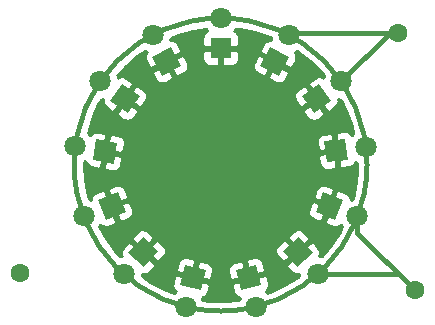
<source format=gbr>
G04 #@! TF.GenerationSoftware,KiCad,Pcbnew,(5.1.5)-3*
G04 #@! TF.CreationDate,2020-05-18T23:05:03-04:00*
G04 #@! TF.ProjectId,Union_Circle,556e696f-6e5f-4436-9972-636c652e6b69,rev?*
G04 #@! TF.SameCoordinates,Original*
G04 #@! TF.FileFunction,Copper,L1,Top*
G04 #@! TF.FilePolarity,Positive*
%FSLAX46Y46*%
G04 Gerber Fmt 4.6, Leading zero omitted, Abs format (unit mm)*
G04 Created by KiCad (PCBNEW (5.1.5)-3) date 2020-05-18 23:05:03*
%MOMM*%
%LPD*%
G04 APERTURE LIST*
%ADD10C,0.400000*%
%ADD11C,1.600000*%
%ADD12C,1.800000*%
%ADD13R,1.800000X1.800000*%
%ADD14C,0.100000*%
%ADD15C,0.800000*%
%ADD16C,0.250000*%
%ADD17C,0.254000*%
G04 APERTURE END LIST*
D10*
X112400000Y-100000000D02*
G75*
G03X112400000Y-100000000I-12400000J0D01*
G01*
D11*
X115000000Y-88828950D03*
X116464466Y-110635566D03*
X83000000Y-109171100D03*
D12*
X100000000Y-87615000D03*
D13*
X100000000Y-90155000D03*
D12*
X105755749Y-89033750D03*
G04 #@! TA.AperFunction,ComponentPad*
D14*
G36*
X104953547Y-92497862D02*
G01*
X103359839Y-91661146D01*
X104196555Y-90067438D01*
X105790263Y-90904154D01*
X104953547Y-92497862D01*
G37*
G04 #@! TD.AperFunction*
G04 #@! TA.AperFunction,ComponentPad*
G36*
X107872354Y-95659044D02*
G01*
X106850235Y-94177399D01*
X108331880Y-93155280D01*
X109353999Y-94636925D01*
X107872354Y-95659044D01*
G37*
G04 #@! TD.AperFunction*
D12*
X110192883Y-92964838D03*
G04 #@! TA.AperFunction,ComponentPad*
D14*
G36*
X108987840Y-99814379D02*
G01*
X108771593Y-98027416D01*
X110558556Y-97811169D01*
X110774803Y-99598132D01*
X108987840Y-99814379D01*
G37*
G04 #@! TD.AperFunction*
D12*
X112294802Y-98507626D03*
G04 #@! TA.AperFunction,ComponentPad*
D14*
G36*
X108044532Y-104012161D02*
G01*
X108683724Y-102329475D01*
X110366410Y-102968667D01*
X109727218Y-104651353D01*
X108044532Y-104012161D01*
G37*
G04 #@! TD.AperFunction*
D12*
X111579929Y-104392386D03*
X108212127Y-109270874D03*
G04 #@! TA.AperFunction,ComponentPad*
D14*
G36*
X105258655Y-107290824D02*
G01*
X106606775Y-106098108D01*
X107799491Y-107446228D01*
X106451371Y-108638944D01*
X105258655Y-107290824D01*
G37*
G04 #@! TD.AperFunction*
D12*
X102965090Y-112024810D03*
G04 #@! TA.AperFunction,ComponentPad*
D14*
G36*
X101265060Y-108901750D02*
G01*
X103012350Y-108469340D01*
X103444760Y-110216630D01*
X101697470Y-110649040D01*
X101265060Y-108901750D01*
G37*
G04 #@! TD.AperFunction*
D12*
X97037063Y-112025341D03*
G04 #@! TA.AperFunction,ComponentPad*
D14*
G36*
X96983596Y-108469958D02*
G01*
X98731638Y-108899318D01*
X98302278Y-110647360D01*
X96554236Y-110218000D01*
X96983596Y-108469958D01*
G37*
G04 #@! TD.AperFunction*
G04 #@! TA.AperFunction,ComponentPad*
G36*
X93393225Y-106108108D02*
G01*
X94741345Y-107300824D01*
X93548629Y-108648944D01*
X92200509Y-107456228D01*
X93393225Y-106108108D01*
G37*
G04 #@! TD.AperFunction*
D12*
X91787873Y-109280874D03*
G04 #@! TA.AperFunction,ComponentPad*
D14*
G36*
X91316276Y-102329475D02*
G01*
X91955468Y-104012161D01*
X90272782Y-104651353D01*
X89633590Y-102968667D01*
X91316276Y-102329475D01*
G37*
G04 #@! TD.AperFunction*
D12*
X88420071Y-104392386D03*
G04 #@! TA.AperFunction,ComponentPad*
D14*
G36*
X91258424Y-98146688D02*
G01*
X90948951Y-99919885D01*
X89175754Y-99610412D01*
X89485227Y-97837215D01*
X91258424Y-98146688D01*
G37*
G04 #@! TD.AperFunction*
D12*
X87714911Y-98441850D03*
X89807117Y-92964838D03*
G04 #@! TA.AperFunction,ComponentPad*
D14*
G36*
X93149765Y-94177399D02*
G01*
X92127646Y-95659044D01*
X90646001Y-94636925D01*
X91668120Y-93155280D01*
X93149765Y-94177399D01*
G37*
G04 #@! TD.AperFunction*
D12*
X94244251Y-89033750D03*
G04 #@! TA.AperFunction,ComponentPad*
D14*
G36*
X96640161Y-91661146D02*
G01*
X95046453Y-92497862D01*
X94209737Y-90904154D01*
X95803445Y-90067438D01*
X96640161Y-91661146D01*
G37*
G04 #@! TD.AperFunction*
D15*
X100000000Y-100000000D03*
D10*
X116464466Y-110622466D02*
X116586000Y-110500932D01*
D16*
X116464466Y-110635566D02*
X116464466Y-110622466D01*
D10*
X114328771Y-88828950D02*
X115000000Y-88828950D01*
X110192883Y-92964838D02*
X114328771Y-88828950D01*
X105960549Y-88828950D02*
X105755749Y-89033750D01*
X115000000Y-88828950D02*
X105960549Y-88828950D01*
X111579929Y-105751029D02*
X116464466Y-110635566D01*
X111579929Y-104392386D02*
X111579929Y-105751029D01*
X115099774Y-109270874D02*
X116464466Y-110635566D01*
X108212127Y-109270874D02*
X115099774Y-109270874D01*
D17*
G36*
X98807688Y-88593505D02*
G01*
X98874127Y-88659944D01*
X98855820Y-88665498D01*
X98745506Y-88724463D01*
X98648815Y-88803815D01*
X98569463Y-88900506D01*
X98510498Y-89010820D01*
X98474188Y-89130518D01*
X98461928Y-89255000D01*
X98465000Y-89869250D01*
X98623750Y-90028000D01*
X99873000Y-90028000D01*
X99873000Y-90008000D01*
X100127000Y-90008000D01*
X100127000Y-90028000D01*
X101376250Y-90028000D01*
X101535000Y-89869250D01*
X101538072Y-89255000D01*
X101525812Y-89130518D01*
X101489502Y-89010820D01*
X101430537Y-88900506D01*
X101351185Y-88803815D01*
X101254494Y-88724463D01*
X101144180Y-88665498D01*
X101125873Y-88659944D01*
X101192312Y-88593505D01*
X101242705Y-88518087D01*
X101645871Y-88552715D01*
X102940035Y-88814947D01*
X104195871Y-89222993D01*
X104231561Y-89239292D01*
X104270505Y-89435073D01*
X104254384Y-89431991D01*
X104129304Y-89432920D01*
X104006808Y-89458232D01*
X103891604Y-89506955D01*
X103788118Y-89577217D01*
X103700329Y-89666319D01*
X103631610Y-89770835D01*
X103348800Y-90316116D01*
X103415563Y-90530466D01*
X104521641Y-91111170D01*
X104530938Y-91093462D01*
X104755828Y-91211532D01*
X104746531Y-91229240D01*
X105852609Y-91809944D01*
X106066959Y-91743181D01*
X106355208Y-91200756D01*
X106402218Y-91084842D01*
X106425710Y-90961983D01*
X106424781Y-90836903D01*
X106399469Y-90714407D01*
X106350746Y-90599203D01*
X106280484Y-90495717D01*
X106267731Y-90483152D01*
X106451123Y-90407188D01*
X106527786Y-90453418D01*
X107573464Y-91259756D01*
X108520411Y-92180037D01*
X108743485Y-92452845D01*
X108716872Y-92517095D01*
X108694029Y-92631933D01*
X108678465Y-92619541D01*
X108567287Y-92562221D01*
X108447065Y-92527691D01*
X108322415Y-92517278D01*
X108198129Y-92531383D01*
X108078983Y-92569465D01*
X107969555Y-92630060D01*
X107465688Y-92981386D01*
X107425160Y-93202204D01*
X108134539Y-94230508D01*
X108151002Y-94219151D01*
X108295234Y-94428227D01*
X108278771Y-94439584D01*
X108988150Y-95467887D01*
X109208968Y-95508415D01*
X109716324Y-95162146D01*
X109811828Y-95081368D01*
X109889738Y-94983510D01*
X109947058Y-94872332D01*
X109981588Y-94752110D01*
X109992001Y-94627460D01*
X109977896Y-94503174D01*
X109972426Y-94486059D01*
X110041699Y-94499838D01*
X110161987Y-94499838D01*
X110652795Y-95498091D01*
X111096536Y-96741763D01*
X111246208Y-97385403D01*
X111120332Y-97511279D01*
X111114454Y-97497937D01*
X111042663Y-97395506D01*
X110952270Y-97309048D01*
X110846746Y-97241887D01*
X110730147Y-97196602D01*
X110606954Y-97174935D01*
X110481900Y-97177719D01*
X109872468Y-97254562D01*
X109733940Y-97431234D01*
X109884021Y-98671436D01*
X109903876Y-98669033D01*
X109934391Y-98921194D01*
X109914536Y-98923597D01*
X110064617Y-100163799D01*
X110241288Y-100302327D01*
X110851459Y-100231583D01*
X110973566Y-100204457D01*
X111088035Y-100154030D01*
X111190466Y-100082239D01*
X111276924Y-99991846D01*
X111344085Y-99886322D01*
X111389370Y-99769723D01*
X111392669Y-99750968D01*
X111546139Y-99853514D01*
X111546139Y-100660232D01*
X111395617Y-101972089D01*
X111178159Y-102907230D01*
X111132186Y-102916375D01*
X111002814Y-102969963D01*
X111004202Y-102949738D01*
X110988253Y-102825674D01*
X110948409Y-102707107D01*
X110886198Y-102598591D01*
X110804012Y-102504296D01*
X110705010Y-102427846D01*
X110592994Y-102372181D01*
X110017687Y-102156928D01*
X109812910Y-102248959D01*
X109369292Y-103416790D01*
X109387989Y-103423892D01*
X109297792Y-103661337D01*
X109279095Y-103654235D01*
X108835478Y-104822066D01*
X108927508Y-105026843D01*
X109500634Y-105247839D01*
X109621357Y-105280583D01*
X109746147Y-105289145D01*
X109870211Y-105273196D01*
X109988778Y-105233352D01*
X110097294Y-105171141D01*
X110191589Y-105088955D01*
X110201610Y-105075978D01*
X110219630Y-105119481D01*
X110294248Y-105231155D01*
X110070178Y-105686891D01*
X109356282Y-106797736D01*
X108557574Y-107774515D01*
X108366481Y-107736505D01*
X108372987Y-107725940D01*
X108416536Y-107608682D01*
X108436373Y-107485181D01*
X108431735Y-107360184D01*
X108402801Y-107238492D01*
X108350681Y-107124784D01*
X108277379Y-107023429D01*
X107868064Y-106565418D01*
X107643976Y-106551713D01*
X106708343Y-107379491D01*
X106721595Y-107394470D01*
X106531361Y-107562775D01*
X106518108Y-107547796D01*
X105582475Y-108375574D01*
X105568770Y-108599662D01*
X105973483Y-109061743D01*
X106065150Y-109146851D01*
X106171659Y-109212440D01*
X106288917Y-109255989D01*
X106412418Y-109275826D01*
X106537415Y-109271188D01*
X106659107Y-109242254D01*
X106677127Y-109233994D01*
X106677127Y-109422058D01*
X106678742Y-109430178D01*
X106527786Y-109546582D01*
X105397008Y-110228467D01*
X104195871Y-110777007D01*
X103963580Y-110852483D01*
X103943595Y-110832498D01*
X103806012Y-110740568D01*
X103823405Y-110730210D01*
X103916323Y-110646471D01*
X103991120Y-110546215D01*
X104044920Y-110433293D01*
X104075658Y-110312044D01*
X104082150Y-110187129D01*
X104064147Y-110063347D01*
X103913605Y-109467822D01*
X103721368Y-109351857D01*
X102508700Y-109651962D01*
X102513505Y-109671376D01*
X102266943Y-109732395D01*
X102262138Y-109712980D01*
X101049470Y-110013085D01*
X100933505Y-110205322D01*
X101078083Y-110802323D01*
X101119888Y-110920214D01*
X101183890Y-111027685D01*
X101267629Y-111120603D01*
X101367885Y-111195400D01*
X101480807Y-111249200D01*
X101602056Y-111279938D01*
X101616179Y-111280672D01*
X101604791Y-111297715D01*
X101539036Y-111456461D01*
X100330251Y-111560284D01*
X99010325Y-111522576D01*
X98457351Y-111443071D01*
X98397362Y-111298246D01*
X98384411Y-111278864D01*
X98398793Y-111278091D01*
X98519988Y-111247141D01*
X98632816Y-111193144D01*
X98732942Y-111118172D01*
X98816518Y-111025107D01*
X98880332Y-110917526D01*
X98921931Y-110799561D01*
X99065467Y-110202309D01*
X98949167Y-110010275D01*
X97735977Y-109712287D01*
X97731206Y-109731709D01*
X97484538Y-109671122D01*
X97489309Y-109651699D01*
X96731728Y-109465619D01*
X97796565Y-109465619D01*
X99009754Y-109763607D01*
X99201789Y-109647306D01*
X99351292Y-109051520D01*
X99368569Y-108931251D01*
X100627670Y-108931251D01*
X100645673Y-109055033D01*
X100796215Y-109650558D01*
X100988452Y-109766523D01*
X102201120Y-109466418D01*
X101901015Y-108253750D01*
X101799865Y-108192732D01*
X102147577Y-108192732D01*
X102447682Y-109405400D01*
X103660350Y-109105295D01*
X103776315Y-108913058D01*
X103631737Y-108316057D01*
X103589932Y-108198166D01*
X103525930Y-108090695D01*
X103442191Y-107997777D01*
X103341935Y-107922980D01*
X103229013Y-107869180D01*
X103107764Y-107838442D01*
X102982849Y-107831950D01*
X102859067Y-107849953D01*
X102263542Y-108000495D01*
X102147577Y-108192732D01*
X101799865Y-108192732D01*
X101708778Y-108137785D01*
X101111777Y-108282363D01*
X100993886Y-108324168D01*
X100886415Y-108388170D01*
X100793497Y-108471909D01*
X100718700Y-108572165D01*
X100664900Y-108685087D01*
X100634162Y-108806336D01*
X100627670Y-108931251D01*
X99368569Y-108931251D01*
X99369079Y-108927707D01*
X99362369Y-108802803D01*
X99331419Y-108681608D01*
X99277422Y-108568780D01*
X99202450Y-108468654D01*
X99109385Y-108385078D01*
X99001804Y-108321264D01*
X98883839Y-108279665D01*
X98286587Y-108136129D01*
X98094553Y-108252429D01*
X97796565Y-109465619D01*
X96731728Y-109465619D01*
X96276120Y-109353711D01*
X96084085Y-109470012D01*
X95934582Y-110065798D01*
X95916795Y-110189611D01*
X95923505Y-110314515D01*
X95954455Y-110435710D01*
X96008452Y-110548538D01*
X96083424Y-110648664D01*
X96176489Y-110732240D01*
X96193923Y-110742581D01*
X96058558Y-110833029D01*
X96042150Y-110849437D01*
X95195725Y-110519894D01*
X94027863Y-109903677D01*
X93322873Y-109421617D01*
X93322873Y-109243994D01*
X93340893Y-109252254D01*
X93462585Y-109281188D01*
X93587582Y-109285826D01*
X93711083Y-109265989D01*
X93828341Y-109222440D01*
X93934850Y-109156851D01*
X94026517Y-109071743D01*
X94163792Y-108915009D01*
X96220407Y-108915009D01*
X96336707Y-109107043D01*
X97549897Y-109405031D01*
X97847885Y-108191842D01*
X97731584Y-107999807D01*
X97135798Y-107850304D01*
X97011985Y-107832517D01*
X96887081Y-107839227D01*
X96765886Y-107870177D01*
X96653058Y-107924174D01*
X96552932Y-107999146D01*
X96469356Y-108092211D01*
X96405542Y-108199792D01*
X96363943Y-108317757D01*
X96220407Y-108915009D01*
X94163792Y-108915009D01*
X94431230Y-108609662D01*
X94417525Y-108385574D01*
X93481892Y-107557796D01*
X93468639Y-107572775D01*
X93278405Y-107404470D01*
X93291657Y-107389491D01*
X93266870Y-107367561D01*
X93650197Y-107367561D01*
X94585830Y-108195339D01*
X94809918Y-108181634D01*
X95219233Y-107723623D01*
X95292535Y-107622268D01*
X95344655Y-107508560D01*
X95373589Y-107386868D01*
X95378227Y-107261871D01*
X95376621Y-107251871D01*
X104621773Y-107251871D01*
X104626411Y-107376868D01*
X104655345Y-107498560D01*
X104707465Y-107612268D01*
X104780767Y-107713623D01*
X105190082Y-108171634D01*
X105414170Y-108185339D01*
X106349803Y-107357561D01*
X105522025Y-106421928D01*
X105297937Y-106408223D01*
X104835856Y-106812936D01*
X104750748Y-106904603D01*
X104685159Y-107011112D01*
X104641610Y-107128370D01*
X104621773Y-107251871D01*
X95376621Y-107251871D01*
X95358390Y-107138370D01*
X95314841Y-107021112D01*
X95249252Y-106914603D01*
X95164144Y-106822936D01*
X94702063Y-106418223D01*
X94477975Y-106431928D01*
X93650197Y-107367561D01*
X93266870Y-107367561D01*
X92356024Y-106561713D01*
X92131936Y-106575418D01*
X91722621Y-107033429D01*
X91649319Y-107134784D01*
X91597199Y-107248492D01*
X91568265Y-107370184D01*
X91563627Y-107495181D01*
X91583464Y-107618682D01*
X91627013Y-107735940D01*
X91633519Y-107746505D01*
X91467989Y-107779430D01*
X91047052Y-107320789D01*
X90270903Y-106252511D01*
X90211539Y-106147390D01*
X92510624Y-106147390D01*
X92524329Y-106371478D01*
X93459962Y-107199256D01*
X94287740Y-106263623D01*
X94287129Y-106253623D01*
X105712260Y-106253623D01*
X106540038Y-107189256D01*
X107475671Y-106361478D01*
X107489376Y-106137390D01*
X107084663Y-105675309D01*
X106992996Y-105590201D01*
X106886487Y-105524612D01*
X106769229Y-105481063D01*
X106645728Y-105461226D01*
X106520731Y-105465864D01*
X106399039Y-105494798D01*
X106285331Y-105546918D01*
X106183976Y-105620220D01*
X105725965Y-106029535D01*
X105712260Y-106253623D01*
X94287129Y-106253623D01*
X94274035Y-106039535D01*
X93816024Y-105630220D01*
X93714669Y-105556918D01*
X93600961Y-105504798D01*
X93479269Y-105475864D01*
X93354272Y-105471226D01*
X93230771Y-105491063D01*
X93113513Y-105534612D01*
X93007004Y-105600201D01*
X92915337Y-105685309D01*
X92510624Y-106147390D01*
X90211539Y-106147390D01*
X89699446Y-105240592D01*
X89780370Y-105119481D01*
X89798390Y-105075978D01*
X89808411Y-105088955D01*
X89902706Y-105171141D01*
X90011222Y-105233352D01*
X90129789Y-105273196D01*
X90253853Y-105289145D01*
X90378643Y-105280583D01*
X90499366Y-105247839D01*
X91072492Y-105026843D01*
X91164522Y-104822066D01*
X90720905Y-103654235D01*
X90702208Y-103661337D01*
X90665248Y-103564038D01*
X90958350Y-103564038D01*
X91401968Y-104731869D01*
X91606745Y-104823900D01*
X92182052Y-104608647D01*
X92294068Y-104552982D01*
X92393070Y-104476532D01*
X92475256Y-104382237D01*
X92537467Y-104273721D01*
X92577311Y-104155154D01*
X92593260Y-104031090D01*
X107406740Y-104031090D01*
X107422689Y-104155154D01*
X107462533Y-104273721D01*
X107524744Y-104382237D01*
X107606930Y-104476532D01*
X107705932Y-104552982D01*
X107817948Y-104608647D01*
X108393255Y-104823900D01*
X108598032Y-104731869D01*
X109041650Y-103564038D01*
X107873819Y-103120421D01*
X107669042Y-103212451D01*
X107448046Y-103785577D01*
X107415302Y-103906300D01*
X107406740Y-104031090D01*
X92593260Y-104031090D01*
X92584698Y-103906300D01*
X92551954Y-103785577D01*
X92330958Y-103212451D01*
X92126181Y-103120421D01*
X90958350Y-103564038D01*
X90665248Y-103564038D01*
X90612011Y-103423892D01*
X90630708Y-103416790D01*
X90187090Y-102248959D01*
X89986394Y-102158762D01*
X90424536Y-102158762D01*
X90868153Y-103326593D01*
X92035984Y-102882975D01*
X92128015Y-102678198D01*
X107871985Y-102678198D01*
X107964016Y-102882975D01*
X109131847Y-103326593D01*
X109575464Y-102158762D01*
X109483434Y-101953985D01*
X108910308Y-101732989D01*
X108789585Y-101700245D01*
X108664795Y-101691683D01*
X108540731Y-101707632D01*
X108422164Y-101747476D01*
X108313648Y-101809687D01*
X108219353Y-101891873D01*
X108142903Y-101990875D01*
X108087238Y-102102891D01*
X107871985Y-102678198D01*
X92128015Y-102678198D01*
X91912762Y-102102891D01*
X91857097Y-101990875D01*
X91780647Y-101891873D01*
X91686352Y-101809687D01*
X91577836Y-101747476D01*
X91459269Y-101707632D01*
X91335205Y-101691683D01*
X91210415Y-101700245D01*
X91089692Y-101732989D01*
X90516566Y-101953985D01*
X90424536Y-102158762D01*
X89986394Y-102158762D01*
X89982313Y-102156928D01*
X89407006Y-102372181D01*
X89294990Y-102427846D01*
X89195988Y-102504296D01*
X89113802Y-102598591D01*
X89051591Y-102707107D01*
X89011747Y-102825674D01*
X88995798Y-102949738D01*
X88997186Y-102969963D01*
X88867814Y-102916375D01*
X88819946Y-102906853D01*
X88735552Y-102619435D01*
X88510384Y-101318311D01*
X88435000Y-100000000D01*
X88446485Y-99799156D01*
X88550600Y-99729589D01*
X88553049Y-99749604D01*
X88592170Y-99868413D01*
X88653716Y-99977307D01*
X88735324Y-100072101D01*
X88833858Y-100149154D01*
X88945531Y-100205503D01*
X89066051Y-100238983D01*
X89671683Y-100341564D01*
X89793226Y-100256142D01*
X90105580Y-100256142D01*
X90234673Y-100439822D01*
X90839248Y-100548455D01*
X90963984Y-100557780D01*
X91088143Y-100542590D01*
X91206952Y-100503469D01*
X91315846Y-100441923D01*
X91410640Y-100360315D01*
X91487693Y-100261781D01*
X91544042Y-100150108D01*
X91577522Y-100029588D01*
X91680103Y-99423956D01*
X91579537Y-99280864D01*
X108283645Y-99280864D01*
X108354389Y-99891035D01*
X108381515Y-100013142D01*
X108431942Y-100127611D01*
X108503733Y-100230042D01*
X108594126Y-100316500D01*
X108699650Y-100383661D01*
X108816249Y-100428946D01*
X108939442Y-100450613D01*
X109064496Y-100447829D01*
X109673928Y-100370986D01*
X109812456Y-100194314D01*
X109662375Y-98954112D01*
X108422173Y-99104193D01*
X108283645Y-99280864D01*
X91579537Y-99280864D01*
X91551011Y-99240276D01*
X90320363Y-99025494D01*
X90105580Y-100256142D01*
X89793226Y-100256142D01*
X89855363Y-100212472D01*
X90070145Y-98981824D01*
X90050443Y-98978385D01*
X90085891Y-98775276D01*
X90364033Y-98775276D01*
X91594681Y-98990059D01*
X91778361Y-98860966D01*
X91886994Y-98256391D01*
X91896319Y-98131655D01*
X91881129Y-98007496D01*
X91871752Y-97979018D01*
X108135359Y-97979018D01*
X108138143Y-98104072D01*
X108214986Y-98713504D01*
X108391658Y-98852032D01*
X109631860Y-98701951D01*
X109481779Y-97461749D01*
X109305108Y-97323221D01*
X108694937Y-97393965D01*
X108572830Y-97421091D01*
X108458361Y-97471518D01*
X108355930Y-97543309D01*
X108269472Y-97633702D01*
X108202311Y-97739226D01*
X108157026Y-97855825D01*
X108135359Y-97979018D01*
X91871752Y-97979018D01*
X91842008Y-97888687D01*
X91780462Y-97779793D01*
X91698854Y-97684999D01*
X91600320Y-97607946D01*
X91488647Y-97551597D01*
X91368127Y-97518117D01*
X90762495Y-97415536D01*
X90578815Y-97544628D01*
X90364033Y-98775276D01*
X90085891Y-98775276D01*
X90094113Y-98728167D01*
X90113815Y-98731606D01*
X90328598Y-97500958D01*
X90199505Y-97317278D01*
X89594930Y-97208645D01*
X89470194Y-97199320D01*
X89346035Y-97214510D01*
X89227226Y-97253631D01*
X89118332Y-97315177D01*
X89023538Y-97396785D01*
X88946485Y-97495319D01*
X88938784Y-97510580D01*
X88907223Y-97463345D01*
X88755728Y-97311850D01*
X89107570Y-96113589D01*
X89319492Y-95612120D01*
X91220926Y-95612120D01*
X91261454Y-95832938D01*
X91765321Y-96184264D01*
X91874749Y-96244859D01*
X91993895Y-96282941D01*
X92118181Y-96297046D01*
X92242831Y-96286633D01*
X92363053Y-96252103D01*
X92474231Y-96194783D01*
X92572089Y-96116873D01*
X92652867Y-96021369D01*
X92999136Y-95514013D01*
X107000864Y-95514013D01*
X107347133Y-96021369D01*
X107427911Y-96116873D01*
X107525769Y-96194783D01*
X107636947Y-96252103D01*
X107757169Y-96286633D01*
X107881819Y-96297046D01*
X108006105Y-96282941D01*
X108125251Y-96244859D01*
X108234679Y-96184264D01*
X108738546Y-95832938D01*
X108779074Y-95612120D01*
X108069695Y-94583816D01*
X107041392Y-95293195D01*
X107000864Y-95514013D01*
X92999136Y-95514013D01*
X92958608Y-95293195D01*
X91930305Y-94583816D01*
X91220926Y-95612120D01*
X89319492Y-95612120D01*
X89621587Y-94897278D01*
X89846032Y-94499838D01*
X89958301Y-94499838D01*
X90027574Y-94486059D01*
X90022104Y-94503174D01*
X90007999Y-94627460D01*
X90018412Y-94752110D01*
X90052942Y-94872332D01*
X90110262Y-94983510D01*
X90188172Y-95081368D01*
X90283676Y-95162146D01*
X90791032Y-95508415D01*
X91011850Y-95467887D01*
X91721229Y-94439584D01*
X91704766Y-94428227D01*
X91741664Y-94374740D01*
X92074537Y-94374740D01*
X93102841Y-95084119D01*
X93323659Y-95043591D01*
X93674985Y-94539724D01*
X93735580Y-94430296D01*
X93773662Y-94311150D01*
X93787767Y-94186864D01*
X106212233Y-94186864D01*
X106226338Y-94311150D01*
X106264420Y-94430296D01*
X106325015Y-94539724D01*
X106676341Y-95043591D01*
X106897159Y-95084119D01*
X107925463Y-94374740D01*
X107216084Y-93346437D01*
X106995266Y-93305909D01*
X106487910Y-93652178D01*
X106392406Y-93732956D01*
X106314496Y-93830814D01*
X106257176Y-93941992D01*
X106222646Y-94062214D01*
X106212233Y-94186864D01*
X93787767Y-94186864D01*
X93777354Y-94062214D01*
X93742824Y-93941992D01*
X93685504Y-93830814D01*
X93607594Y-93732956D01*
X93512090Y-93652178D01*
X93004734Y-93305909D01*
X92783916Y-93346437D01*
X92074537Y-94374740D01*
X91741664Y-94374740D01*
X91848998Y-94219151D01*
X91865461Y-94230508D01*
X92574840Y-93202204D01*
X92534312Y-92981386D01*
X92030445Y-92630060D01*
X91921017Y-92569465D01*
X91801871Y-92531383D01*
X91677585Y-92517278D01*
X91552935Y-92527691D01*
X91432713Y-92562221D01*
X91321535Y-92619541D01*
X91305971Y-92631933D01*
X91283128Y-92517095D01*
X91255984Y-92451564D01*
X91441726Y-92249184D01*
X94198698Y-92249184D01*
X94481508Y-92794465D01*
X94550227Y-92898981D01*
X94638016Y-92988083D01*
X94741502Y-93058345D01*
X94856706Y-93107068D01*
X94979202Y-93132380D01*
X95104282Y-93133309D01*
X95227141Y-93109817D01*
X95343055Y-93062807D01*
X95885480Y-92774558D01*
X95952243Y-92560208D01*
X104047757Y-92560208D01*
X104114520Y-92774558D01*
X104656945Y-93062807D01*
X104772859Y-93109817D01*
X104895718Y-93133309D01*
X105020798Y-93132380D01*
X105143294Y-93107068D01*
X105258498Y-93058345D01*
X105361984Y-92988083D01*
X105449773Y-92898981D01*
X105518492Y-92794465D01*
X105801302Y-92249184D01*
X105734539Y-92034834D01*
X104628461Y-91454130D01*
X104047757Y-92560208D01*
X95952243Y-92560208D01*
X95371539Y-91454130D01*
X94265461Y-92034834D01*
X94198698Y-92249184D01*
X91441726Y-92249184D01*
X91939917Y-91706371D01*
X92937857Y-90841651D01*
X93564048Y-90413472D01*
X93732269Y-90483152D01*
X93719516Y-90495717D01*
X93649254Y-90599203D01*
X93600531Y-90714407D01*
X93575219Y-90836903D01*
X93574290Y-90961983D01*
X93597782Y-91084842D01*
X93644792Y-91200756D01*
X93933041Y-91743181D01*
X94147391Y-91809944D01*
X95050006Y-91336060D01*
X95596429Y-91336060D01*
X96177133Y-92442138D01*
X96391483Y-92508901D01*
X96936764Y-92226091D01*
X97041280Y-92157372D01*
X97130382Y-92069583D01*
X97200644Y-91966097D01*
X97249367Y-91850893D01*
X97274679Y-91728397D01*
X97275608Y-91603317D01*
X97252116Y-91480458D01*
X97205106Y-91364544D01*
X97040612Y-91055000D01*
X98461928Y-91055000D01*
X98474188Y-91179482D01*
X98510498Y-91299180D01*
X98569463Y-91409494D01*
X98648815Y-91506185D01*
X98745506Y-91585537D01*
X98855820Y-91644502D01*
X98975518Y-91680812D01*
X99100000Y-91693072D01*
X99714250Y-91690000D01*
X99873000Y-91531250D01*
X99873000Y-90282000D01*
X100127000Y-90282000D01*
X100127000Y-91531250D01*
X100285750Y-91690000D01*
X100900000Y-91693072D01*
X101024482Y-91680812D01*
X101144180Y-91644502D01*
X101221230Y-91603317D01*
X102724392Y-91603317D01*
X102725321Y-91728397D01*
X102750633Y-91850893D01*
X102799356Y-91966097D01*
X102869618Y-92069583D01*
X102958720Y-92157372D01*
X103063236Y-92226091D01*
X103608517Y-92508901D01*
X103822867Y-92442138D01*
X104403571Y-91336060D01*
X103297493Y-90755356D01*
X103083143Y-90822119D01*
X102794894Y-91364544D01*
X102747884Y-91480458D01*
X102724392Y-91603317D01*
X101221230Y-91603317D01*
X101254494Y-91585537D01*
X101351185Y-91506185D01*
X101430537Y-91409494D01*
X101489502Y-91299180D01*
X101525812Y-91179482D01*
X101538072Y-91055000D01*
X101535000Y-90440750D01*
X101376250Y-90282000D01*
X100127000Y-90282000D01*
X99873000Y-90282000D01*
X98623750Y-90282000D01*
X98465000Y-90440750D01*
X98461928Y-91055000D01*
X97040612Y-91055000D01*
X96916857Y-90822119D01*
X96702507Y-90755356D01*
X95596429Y-91336060D01*
X95050006Y-91336060D01*
X95253469Y-91229240D01*
X95244172Y-91211532D01*
X95469062Y-91093462D01*
X95478359Y-91111170D01*
X96584437Y-90530466D01*
X96651200Y-90316116D01*
X96368390Y-89770835D01*
X96299671Y-89666319D01*
X96211882Y-89577217D01*
X96108396Y-89506955D01*
X95993192Y-89458232D01*
X95870696Y-89432920D01*
X95745616Y-89431991D01*
X95729495Y-89435073D01*
X95764593Y-89258625D01*
X96426218Y-89001031D01*
X97703301Y-88665345D01*
X98754684Y-88514179D01*
X98807688Y-88593505D01*
G37*
X98807688Y-88593505D02*
X98874127Y-88659944D01*
X98855820Y-88665498D01*
X98745506Y-88724463D01*
X98648815Y-88803815D01*
X98569463Y-88900506D01*
X98510498Y-89010820D01*
X98474188Y-89130518D01*
X98461928Y-89255000D01*
X98465000Y-89869250D01*
X98623750Y-90028000D01*
X99873000Y-90028000D01*
X99873000Y-90008000D01*
X100127000Y-90008000D01*
X100127000Y-90028000D01*
X101376250Y-90028000D01*
X101535000Y-89869250D01*
X101538072Y-89255000D01*
X101525812Y-89130518D01*
X101489502Y-89010820D01*
X101430537Y-88900506D01*
X101351185Y-88803815D01*
X101254494Y-88724463D01*
X101144180Y-88665498D01*
X101125873Y-88659944D01*
X101192312Y-88593505D01*
X101242705Y-88518087D01*
X101645871Y-88552715D01*
X102940035Y-88814947D01*
X104195871Y-89222993D01*
X104231561Y-89239292D01*
X104270505Y-89435073D01*
X104254384Y-89431991D01*
X104129304Y-89432920D01*
X104006808Y-89458232D01*
X103891604Y-89506955D01*
X103788118Y-89577217D01*
X103700329Y-89666319D01*
X103631610Y-89770835D01*
X103348800Y-90316116D01*
X103415563Y-90530466D01*
X104521641Y-91111170D01*
X104530938Y-91093462D01*
X104755828Y-91211532D01*
X104746531Y-91229240D01*
X105852609Y-91809944D01*
X106066959Y-91743181D01*
X106355208Y-91200756D01*
X106402218Y-91084842D01*
X106425710Y-90961983D01*
X106424781Y-90836903D01*
X106399469Y-90714407D01*
X106350746Y-90599203D01*
X106280484Y-90495717D01*
X106267731Y-90483152D01*
X106451123Y-90407188D01*
X106527786Y-90453418D01*
X107573464Y-91259756D01*
X108520411Y-92180037D01*
X108743485Y-92452845D01*
X108716872Y-92517095D01*
X108694029Y-92631933D01*
X108678465Y-92619541D01*
X108567287Y-92562221D01*
X108447065Y-92527691D01*
X108322415Y-92517278D01*
X108198129Y-92531383D01*
X108078983Y-92569465D01*
X107969555Y-92630060D01*
X107465688Y-92981386D01*
X107425160Y-93202204D01*
X108134539Y-94230508D01*
X108151002Y-94219151D01*
X108295234Y-94428227D01*
X108278771Y-94439584D01*
X108988150Y-95467887D01*
X109208968Y-95508415D01*
X109716324Y-95162146D01*
X109811828Y-95081368D01*
X109889738Y-94983510D01*
X109947058Y-94872332D01*
X109981588Y-94752110D01*
X109992001Y-94627460D01*
X109977896Y-94503174D01*
X109972426Y-94486059D01*
X110041699Y-94499838D01*
X110161987Y-94499838D01*
X110652795Y-95498091D01*
X111096536Y-96741763D01*
X111246208Y-97385403D01*
X111120332Y-97511279D01*
X111114454Y-97497937D01*
X111042663Y-97395506D01*
X110952270Y-97309048D01*
X110846746Y-97241887D01*
X110730147Y-97196602D01*
X110606954Y-97174935D01*
X110481900Y-97177719D01*
X109872468Y-97254562D01*
X109733940Y-97431234D01*
X109884021Y-98671436D01*
X109903876Y-98669033D01*
X109934391Y-98921194D01*
X109914536Y-98923597D01*
X110064617Y-100163799D01*
X110241288Y-100302327D01*
X110851459Y-100231583D01*
X110973566Y-100204457D01*
X111088035Y-100154030D01*
X111190466Y-100082239D01*
X111276924Y-99991846D01*
X111344085Y-99886322D01*
X111389370Y-99769723D01*
X111392669Y-99750968D01*
X111546139Y-99853514D01*
X111546139Y-100660232D01*
X111395617Y-101972089D01*
X111178159Y-102907230D01*
X111132186Y-102916375D01*
X111002814Y-102969963D01*
X111004202Y-102949738D01*
X110988253Y-102825674D01*
X110948409Y-102707107D01*
X110886198Y-102598591D01*
X110804012Y-102504296D01*
X110705010Y-102427846D01*
X110592994Y-102372181D01*
X110017687Y-102156928D01*
X109812910Y-102248959D01*
X109369292Y-103416790D01*
X109387989Y-103423892D01*
X109297792Y-103661337D01*
X109279095Y-103654235D01*
X108835478Y-104822066D01*
X108927508Y-105026843D01*
X109500634Y-105247839D01*
X109621357Y-105280583D01*
X109746147Y-105289145D01*
X109870211Y-105273196D01*
X109988778Y-105233352D01*
X110097294Y-105171141D01*
X110191589Y-105088955D01*
X110201610Y-105075978D01*
X110219630Y-105119481D01*
X110294248Y-105231155D01*
X110070178Y-105686891D01*
X109356282Y-106797736D01*
X108557574Y-107774515D01*
X108366481Y-107736505D01*
X108372987Y-107725940D01*
X108416536Y-107608682D01*
X108436373Y-107485181D01*
X108431735Y-107360184D01*
X108402801Y-107238492D01*
X108350681Y-107124784D01*
X108277379Y-107023429D01*
X107868064Y-106565418D01*
X107643976Y-106551713D01*
X106708343Y-107379491D01*
X106721595Y-107394470D01*
X106531361Y-107562775D01*
X106518108Y-107547796D01*
X105582475Y-108375574D01*
X105568770Y-108599662D01*
X105973483Y-109061743D01*
X106065150Y-109146851D01*
X106171659Y-109212440D01*
X106288917Y-109255989D01*
X106412418Y-109275826D01*
X106537415Y-109271188D01*
X106659107Y-109242254D01*
X106677127Y-109233994D01*
X106677127Y-109422058D01*
X106678742Y-109430178D01*
X106527786Y-109546582D01*
X105397008Y-110228467D01*
X104195871Y-110777007D01*
X103963580Y-110852483D01*
X103943595Y-110832498D01*
X103806012Y-110740568D01*
X103823405Y-110730210D01*
X103916323Y-110646471D01*
X103991120Y-110546215D01*
X104044920Y-110433293D01*
X104075658Y-110312044D01*
X104082150Y-110187129D01*
X104064147Y-110063347D01*
X103913605Y-109467822D01*
X103721368Y-109351857D01*
X102508700Y-109651962D01*
X102513505Y-109671376D01*
X102266943Y-109732395D01*
X102262138Y-109712980D01*
X101049470Y-110013085D01*
X100933505Y-110205322D01*
X101078083Y-110802323D01*
X101119888Y-110920214D01*
X101183890Y-111027685D01*
X101267629Y-111120603D01*
X101367885Y-111195400D01*
X101480807Y-111249200D01*
X101602056Y-111279938D01*
X101616179Y-111280672D01*
X101604791Y-111297715D01*
X101539036Y-111456461D01*
X100330251Y-111560284D01*
X99010325Y-111522576D01*
X98457351Y-111443071D01*
X98397362Y-111298246D01*
X98384411Y-111278864D01*
X98398793Y-111278091D01*
X98519988Y-111247141D01*
X98632816Y-111193144D01*
X98732942Y-111118172D01*
X98816518Y-111025107D01*
X98880332Y-110917526D01*
X98921931Y-110799561D01*
X99065467Y-110202309D01*
X98949167Y-110010275D01*
X97735977Y-109712287D01*
X97731206Y-109731709D01*
X97484538Y-109671122D01*
X97489309Y-109651699D01*
X96731728Y-109465619D01*
X97796565Y-109465619D01*
X99009754Y-109763607D01*
X99201789Y-109647306D01*
X99351292Y-109051520D01*
X99368569Y-108931251D01*
X100627670Y-108931251D01*
X100645673Y-109055033D01*
X100796215Y-109650558D01*
X100988452Y-109766523D01*
X102201120Y-109466418D01*
X101901015Y-108253750D01*
X101799865Y-108192732D01*
X102147577Y-108192732D01*
X102447682Y-109405400D01*
X103660350Y-109105295D01*
X103776315Y-108913058D01*
X103631737Y-108316057D01*
X103589932Y-108198166D01*
X103525930Y-108090695D01*
X103442191Y-107997777D01*
X103341935Y-107922980D01*
X103229013Y-107869180D01*
X103107764Y-107838442D01*
X102982849Y-107831950D01*
X102859067Y-107849953D01*
X102263542Y-108000495D01*
X102147577Y-108192732D01*
X101799865Y-108192732D01*
X101708778Y-108137785D01*
X101111777Y-108282363D01*
X100993886Y-108324168D01*
X100886415Y-108388170D01*
X100793497Y-108471909D01*
X100718700Y-108572165D01*
X100664900Y-108685087D01*
X100634162Y-108806336D01*
X100627670Y-108931251D01*
X99368569Y-108931251D01*
X99369079Y-108927707D01*
X99362369Y-108802803D01*
X99331419Y-108681608D01*
X99277422Y-108568780D01*
X99202450Y-108468654D01*
X99109385Y-108385078D01*
X99001804Y-108321264D01*
X98883839Y-108279665D01*
X98286587Y-108136129D01*
X98094553Y-108252429D01*
X97796565Y-109465619D01*
X96731728Y-109465619D01*
X96276120Y-109353711D01*
X96084085Y-109470012D01*
X95934582Y-110065798D01*
X95916795Y-110189611D01*
X95923505Y-110314515D01*
X95954455Y-110435710D01*
X96008452Y-110548538D01*
X96083424Y-110648664D01*
X96176489Y-110732240D01*
X96193923Y-110742581D01*
X96058558Y-110833029D01*
X96042150Y-110849437D01*
X95195725Y-110519894D01*
X94027863Y-109903677D01*
X93322873Y-109421617D01*
X93322873Y-109243994D01*
X93340893Y-109252254D01*
X93462585Y-109281188D01*
X93587582Y-109285826D01*
X93711083Y-109265989D01*
X93828341Y-109222440D01*
X93934850Y-109156851D01*
X94026517Y-109071743D01*
X94163792Y-108915009D01*
X96220407Y-108915009D01*
X96336707Y-109107043D01*
X97549897Y-109405031D01*
X97847885Y-108191842D01*
X97731584Y-107999807D01*
X97135798Y-107850304D01*
X97011985Y-107832517D01*
X96887081Y-107839227D01*
X96765886Y-107870177D01*
X96653058Y-107924174D01*
X96552932Y-107999146D01*
X96469356Y-108092211D01*
X96405542Y-108199792D01*
X96363943Y-108317757D01*
X96220407Y-108915009D01*
X94163792Y-108915009D01*
X94431230Y-108609662D01*
X94417525Y-108385574D01*
X93481892Y-107557796D01*
X93468639Y-107572775D01*
X93278405Y-107404470D01*
X93291657Y-107389491D01*
X93266870Y-107367561D01*
X93650197Y-107367561D01*
X94585830Y-108195339D01*
X94809918Y-108181634D01*
X95219233Y-107723623D01*
X95292535Y-107622268D01*
X95344655Y-107508560D01*
X95373589Y-107386868D01*
X95378227Y-107261871D01*
X95376621Y-107251871D01*
X104621773Y-107251871D01*
X104626411Y-107376868D01*
X104655345Y-107498560D01*
X104707465Y-107612268D01*
X104780767Y-107713623D01*
X105190082Y-108171634D01*
X105414170Y-108185339D01*
X106349803Y-107357561D01*
X105522025Y-106421928D01*
X105297937Y-106408223D01*
X104835856Y-106812936D01*
X104750748Y-106904603D01*
X104685159Y-107011112D01*
X104641610Y-107128370D01*
X104621773Y-107251871D01*
X95376621Y-107251871D01*
X95358390Y-107138370D01*
X95314841Y-107021112D01*
X95249252Y-106914603D01*
X95164144Y-106822936D01*
X94702063Y-106418223D01*
X94477975Y-106431928D01*
X93650197Y-107367561D01*
X93266870Y-107367561D01*
X92356024Y-106561713D01*
X92131936Y-106575418D01*
X91722621Y-107033429D01*
X91649319Y-107134784D01*
X91597199Y-107248492D01*
X91568265Y-107370184D01*
X91563627Y-107495181D01*
X91583464Y-107618682D01*
X91627013Y-107735940D01*
X91633519Y-107746505D01*
X91467989Y-107779430D01*
X91047052Y-107320789D01*
X90270903Y-106252511D01*
X90211539Y-106147390D01*
X92510624Y-106147390D01*
X92524329Y-106371478D01*
X93459962Y-107199256D01*
X94287740Y-106263623D01*
X94287129Y-106253623D01*
X105712260Y-106253623D01*
X106540038Y-107189256D01*
X107475671Y-106361478D01*
X107489376Y-106137390D01*
X107084663Y-105675309D01*
X106992996Y-105590201D01*
X106886487Y-105524612D01*
X106769229Y-105481063D01*
X106645728Y-105461226D01*
X106520731Y-105465864D01*
X106399039Y-105494798D01*
X106285331Y-105546918D01*
X106183976Y-105620220D01*
X105725965Y-106029535D01*
X105712260Y-106253623D01*
X94287129Y-106253623D01*
X94274035Y-106039535D01*
X93816024Y-105630220D01*
X93714669Y-105556918D01*
X93600961Y-105504798D01*
X93479269Y-105475864D01*
X93354272Y-105471226D01*
X93230771Y-105491063D01*
X93113513Y-105534612D01*
X93007004Y-105600201D01*
X92915337Y-105685309D01*
X92510624Y-106147390D01*
X90211539Y-106147390D01*
X89699446Y-105240592D01*
X89780370Y-105119481D01*
X89798390Y-105075978D01*
X89808411Y-105088955D01*
X89902706Y-105171141D01*
X90011222Y-105233352D01*
X90129789Y-105273196D01*
X90253853Y-105289145D01*
X90378643Y-105280583D01*
X90499366Y-105247839D01*
X91072492Y-105026843D01*
X91164522Y-104822066D01*
X90720905Y-103654235D01*
X90702208Y-103661337D01*
X90665248Y-103564038D01*
X90958350Y-103564038D01*
X91401968Y-104731869D01*
X91606745Y-104823900D01*
X92182052Y-104608647D01*
X92294068Y-104552982D01*
X92393070Y-104476532D01*
X92475256Y-104382237D01*
X92537467Y-104273721D01*
X92577311Y-104155154D01*
X92593260Y-104031090D01*
X107406740Y-104031090D01*
X107422689Y-104155154D01*
X107462533Y-104273721D01*
X107524744Y-104382237D01*
X107606930Y-104476532D01*
X107705932Y-104552982D01*
X107817948Y-104608647D01*
X108393255Y-104823900D01*
X108598032Y-104731869D01*
X109041650Y-103564038D01*
X107873819Y-103120421D01*
X107669042Y-103212451D01*
X107448046Y-103785577D01*
X107415302Y-103906300D01*
X107406740Y-104031090D01*
X92593260Y-104031090D01*
X92584698Y-103906300D01*
X92551954Y-103785577D01*
X92330958Y-103212451D01*
X92126181Y-103120421D01*
X90958350Y-103564038D01*
X90665248Y-103564038D01*
X90612011Y-103423892D01*
X90630708Y-103416790D01*
X90187090Y-102248959D01*
X89986394Y-102158762D01*
X90424536Y-102158762D01*
X90868153Y-103326593D01*
X92035984Y-102882975D01*
X92128015Y-102678198D01*
X107871985Y-102678198D01*
X107964016Y-102882975D01*
X109131847Y-103326593D01*
X109575464Y-102158762D01*
X109483434Y-101953985D01*
X108910308Y-101732989D01*
X108789585Y-101700245D01*
X108664795Y-101691683D01*
X108540731Y-101707632D01*
X108422164Y-101747476D01*
X108313648Y-101809687D01*
X108219353Y-101891873D01*
X108142903Y-101990875D01*
X108087238Y-102102891D01*
X107871985Y-102678198D01*
X92128015Y-102678198D01*
X91912762Y-102102891D01*
X91857097Y-101990875D01*
X91780647Y-101891873D01*
X91686352Y-101809687D01*
X91577836Y-101747476D01*
X91459269Y-101707632D01*
X91335205Y-101691683D01*
X91210415Y-101700245D01*
X91089692Y-101732989D01*
X90516566Y-101953985D01*
X90424536Y-102158762D01*
X89986394Y-102158762D01*
X89982313Y-102156928D01*
X89407006Y-102372181D01*
X89294990Y-102427846D01*
X89195988Y-102504296D01*
X89113802Y-102598591D01*
X89051591Y-102707107D01*
X89011747Y-102825674D01*
X88995798Y-102949738D01*
X88997186Y-102969963D01*
X88867814Y-102916375D01*
X88819946Y-102906853D01*
X88735552Y-102619435D01*
X88510384Y-101318311D01*
X88435000Y-100000000D01*
X88446485Y-99799156D01*
X88550600Y-99729589D01*
X88553049Y-99749604D01*
X88592170Y-99868413D01*
X88653716Y-99977307D01*
X88735324Y-100072101D01*
X88833858Y-100149154D01*
X88945531Y-100205503D01*
X89066051Y-100238983D01*
X89671683Y-100341564D01*
X89793226Y-100256142D01*
X90105580Y-100256142D01*
X90234673Y-100439822D01*
X90839248Y-100548455D01*
X90963984Y-100557780D01*
X91088143Y-100542590D01*
X91206952Y-100503469D01*
X91315846Y-100441923D01*
X91410640Y-100360315D01*
X91487693Y-100261781D01*
X91544042Y-100150108D01*
X91577522Y-100029588D01*
X91680103Y-99423956D01*
X91579537Y-99280864D01*
X108283645Y-99280864D01*
X108354389Y-99891035D01*
X108381515Y-100013142D01*
X108431942Y-100127611D01*
X108503733Y-100230042D01*
X108594126Y-100316500D01*
X108699650Y-100383661D01*
X108816249Y-100428946D01*
X108939442Y-100450613D01*
X109064496Y-100447829D01*
X109673928Y-100370986D01*
X109812456Y-100194314D01*
X109662375Y-98954112D01*
X108422173Y-99104193D01*
X108283645Y-99280864D01*
X91579537Y-99280864D01*
X91551011Y-99240276D01*
X90320363Y-99025494D01*
X90105580Y-100256142D01*
X89793226Y-100256142D01*
X89855363Y-100212472D01*
X90070145Y-98981824D01*
X90050443Y-98978385D01*
X90085891Y-98775276D01*
X90364033Y-98775276D01*
X91594681Y-98990059D01*
X91778361Y-98860966D01*
X91886994Y-98256391D01*
X91896319Y-98131655D01*
X91881129Y-98007496D01*
X91871752Y-97979018D01*
X108135359Y-97979018D01*
X108138143Y-98104072D01*
X108214986Y-98713504D01*
X108391658Y-98852032D01*
X109631860Y-98701951D01*
X109481779Y-97461749D01*
X109305108Y-97323221D01*
X108694937Y-97393965D01*
X108572830Y-97421091D01*
X108458361Y-97471518D01*
X108355930Y-97543309D01*
X108269472Y-97633702D01*
X108202311Y-97739226D01*
X108157026Y-97855825D01*
X108135359Y-97979018D01*
X91871752Y-97979018D01*
X91842008Y-97888687D01*
X91780462Y-97779793D01*
X91698854Y-97684999D01*
X91600320Y-97607946D01*
X91488647Y-97551597D01*
X91368127Y-97518117D01*
X90762495Y-97415536D01*
X90578815Y-97544628D01*
X90364033Y-98775276D01*
X90085891Y-98775276D01*
X90094113Y-98728167D01*
X90113815Y-98731606D01*
X90328598Y-97500958D01*
X90199505Y-97317278D01*
X89594930Y-97208645D01*
X89470194Y-97199320D01*
X89346035Y-97214510D01*
X89227226Y-97253631D01*
X89118332Y-97315177D01*
X89023538Y-97396785D01*
X88946485Y-97495319D01*
X88938784Y-97510580D01*
X88907223Y-97463345D01*
X88755728Y-97311850D01*
X89107570Y-96113589D01*
X89319492Y-95612120D01*
X91220926Y-95612120D01*
X91261454Y-95832938D01*
X91765321Y-96184264D01*
X91874749Y-96244859D01*
X91993895Y-96282941D01*
X92118181Y-96297046D01*
X92242831Y-96286633D01*
X92363053Y-96252103D01*
X92474231Y-96194783D01*
X92572089Y-96116873D01*
X92652867Y-96021369D01*
X92999136Y-95514013D01*
X107000864Y-95514013D01*
X107347133Y-96021369D01*
X107427911Y-96116873D01*
X107525769Y-96194783D01*
X107636947Y-96252103D01*
X107757169Y-96286633D01*
X107881819Y-96297046D01*
X108006105Y-96282941D01*
X108125251Y-96244859D01*
X108234679Y-96184264D01*
X108738546Y-95832938D01*
X108779074Y-95612120D01*
X108069695Y-94583816D01*
X107041392Y-95293195D01*
X107000864Y-95514013D01*
X92999136Y-95514013D01*
X92958608Y-95293195D01*
X91930305Y-94583816D01*
X91220926Y-95612120D01*
X89319492Y-95612120D01*
X89621587Y-94897278D01*
X89846032Y-94499838D01*
X89958301Y-94499838D01*
X90027574Y-94486059D01*
X90022104Y-94503174D01*
X90007999Y-94627460D01*
X90018412Y-94752110D01*
X90052942Y-94872332D01*
X90110262Y-94983510D01*
X90188172Y-95081368D01*
X90283676Y-95162146D01*
X90791032Y-95508415D01*
X91011850Y-95467887D01*
X91721229Y-94439584D01*
X91704766Y-94428227D01*
X91741664Y-94374740D01*
X92074537Y-94374740D01*
X93102841Y-95084119D01*
X93323659Y-95043591D01*
X93674985Y-94539724D01*
X93735580Y-94430296D01*
X93773662Y-94311150D01*
X93787767Y-94186864D01*
X106212233Y-94186864D01*
X106226338Y-94311150D01*
X106264420Y-94430296D01*
X106325015Y-94539724D01*
X106676341Y-95043591D01*
X106897159Y-95084119D01*
X107925463Y-94374740D01*
X107216084Y-93346437D01*
X106995266Y-93305909D01*
X106487910Y-93652178D01*
X106392406Y-93732956D01*
X106314496Y-93830814D01*
X106257176Y-93941992D01*
X106222646Y-94062214D01*
X106212233Y-94186864D01*
X93787767Y-94186864D01*
X93777354Y-94062214D01*
X93742824Y-93941992D01*
X93685504Y-93830814D01*
X93607594Y-93732956D01*
X93512090Y-93652178D01*
X93004734Y-93305909D01*
X92783916Y-93346437D01*
X92074537Y-94374740D01*
X91741664Y-94374740D01*
X91848998Y-94219151D01*
X91865461Y-94230508D01*
X92574840Y-93202204D01*
X92534312Y-92981386D01*
X92030445Y-92630060D01*
X91921017Y-92569465D01*
X91801871Y-92531383D01*
X91677585Y-92517278D01*
X91552935Y-92527691D01*
X91432713Y-92562221D01*
X91321535Y-92619541D01*
X91305971Y-92631933D01*
X91283128Y-92517095D01*
X91255984Y-92451564D01*
X91441726Y-92249184D01*
X94198698Y-92249184D01*
X94481508Y-92794465D01*
X94550227Y-92898981D01*
X94638016Y-92988083D01*
X94741502Y-93058345D01*
X94856706Y-93107068D01*
X94979202Y-93132380D01*
X95104282Y-93133309D01*
X95227141Y-93109817D01*
X95343055Y-93062807D01*
X95885480Y-92774558D01*
X95952243Y-92560208D01*
X104047757Y-92560208D01*
X104114520Y-92774558D01*
X104656945Y-93062807D01*
X104772859Y-93109817D01*
X104895718Y-93133309D01*
X105020798Y-93132380D01*
X105143294Y-93107068D01*
X105258498Y-93058345D01*
X105361984Y-92988083D01*
X105449773Y-92898981D01*
X105518492Y-92794465D01*
X105801302Y-92249184D01*
X105734539Y-92034834D01*
X104628461Y-91454130D01*
X104047757Y-92560208D01*
X95952243Y-92560208D01*
X95371539Y-91454130D01*
X94265461Y-92034834D01*
X94198698Y-92249184D01*
X91441726Y-92249184D01*
X91939917Y-91706371D01*
X92937857Y-90841651D01*
X93564048Y-90413472D01*
X93732269Y-90483152D01*
X93719516Y-90495717D01*
X93649254Y-90599203D01*
X93600531Y-90714407D01*
X93575219Y-90836903D01*
X93574290Y-90961983D01*
X93597782Y-91084842D01*
X93644792Y-91200756D01*
X93933041Y-91743181D01*
X94147391Y-91809944D01*
X95050006Y-91336060D01*
X95596429Y-91336060D01*
X96177133Y-92442138D01*
X96391483Y-92508901D01*
X96936764Y-92226091D01*
X97041280Y-92157372D01*
X97130382Y-92069583D01*
X97200644Y-91966097D01*
X97249367Y-91850893D01*
X97274679Y-91728397D01*
X97275608Y-91603317D01*
X97252116Y-91480458D01*
X97205106Y-91364544D01*
X97040612Y-91055000D01*
X98461928Y-91055000D01*
X98474188Y-91179482D01*
X98510498Y-91299180D01*
X98569463Y-91409494D01*
X98648815Y-91506185D01*
X98745506Y-91585537D01*
X98855820Y-91644502D01*
X98975518Y-91680812D01*
X99100000Y-91693072D01*
X99714250Y-91690000D01*
X99873000Y-91531250D01*
X99873000Y-90282000D01*
X100127000Y-90282000D01*
X100127000Y-91531250D01*
X100285750Y-91690000D01*
X100900000Y-91693072D01*
X101024482Y-91680812D01*
X101144180Y-91644502D01*
X101221230Y-91603317D01*
X102724392Y-91603317D01*
X102725321Y-91728397D01*
X102750633Y-91850893D01*
X102799356Y-91966097D01*
X102869618Y-92069583D01*
X102958720Y-92157372D01*
X103063236Y-92226091D01*
X103608517Y-92508901D01*
X103822867Y-92442138D01*
X104403571Y-91336060D01*
X103297493Y-90755356D01*
X103083143Y-90822119D01*
X102794894Y-91364544D01*
X102747884Y-91480458D01*
X102724392Y-91603317D01*
X101221230Y-91603317D01*
X101254494Y-91585537D01*
X101351185Y-91506185D01*
X101430537Y-91409494D01*
X101489502Y-91299180D01*
X101525812Y-91179482D01*
X101538072Y-91055000D01*
X101535000Y-90440750D01*
X101376250Y-90282000D01*
X100127000Y-90282000D01*
X99873000Y-90282000D01*
X98623750Y-90282000D01*
X98465000Y-90440750D01*
X98461928Y-91055000D01*
X97040612Y-91055000D01*
X96916857Y-90822119D01*
X96702507Y-90755356D01*
X95596429Y-91336060D01*
X95050006Y-91336060D01*
X95253469Y-91229240D01*
X95244172Y-91211532D01*
X95469062Y-91093462D01*
X95478359Y-91111170D01*
X96584437Y-90530466D01*
X96651200Y-90316116D01*
X96368390Y-89770835D01*
X96299671Y-89666319D01*
X96211882Y-89577217D01*
X96108396Y-89506955D01*
X95993192Y-89458232D01*
X95870696Y-89432920D01*
X95745616Y-89431991D01*
X95729495Y-89435073D01*
X95764593Y-89258625D01*
X96426218Y-89001031D01*
X97703301Y-88665345D01*
X98754684Y-88514179D01*
X98807688Y-88593505D01*
M02*

</source>
